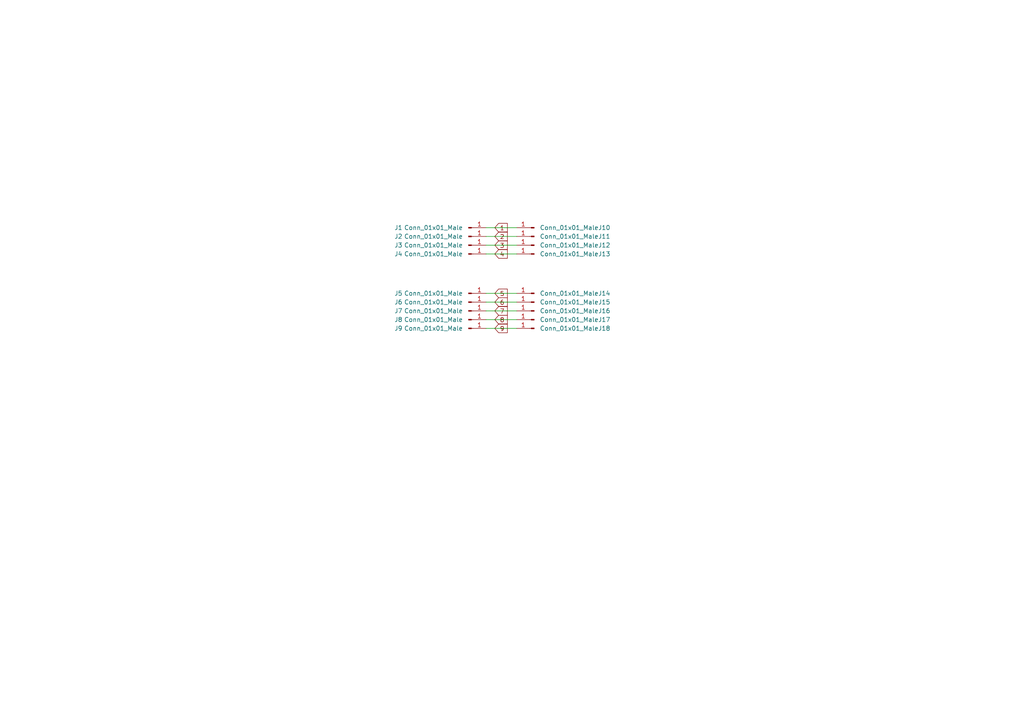
<source format=kicad_sch>
(kicad_sch (version 20211123) (generator eeschema)
  (paper "A4")
  (lib_symbols
    (symbol "Connector:Conn_01x01_Male" (pin_names (offset 1.016) hide)
      (property "Reference" "J" (at 0 2.54 0))
      (property "Value" "Conn_01x01_Male" (at 0 -2.54 0))
      (symbol "Conn_01x01_Male_1_1"
        (polyline (pts (xy 1.27 0) (xy 0.8636 0)) (stroke (width 0.1524)))
        (rectangle (start 0.8636 0.127) (end 0 -0.127) (stroke (width 0.1524)) (fill (type outline)))
        (pin passive line (at 5.08 0 180) (length 3.81) (name "Pin_1") (number "1"))
      )
    )
  )
  (wire (pts (xy 140.97 71.12) (xy 149.86 71.12)))
  (wire (pts (xy 140.97 85.09) (xy 149.86 85.09)))
  (wire (pts (xy 140.97 87.63) (xy 149.86 87.63)))
  (wire (pts (xy 140.97 90.17) (xy 149.86 90.17)))
  (wire (pts (xy 140.97 92.71) (xy 149.86 92.71)))
  (wire (pts (xy 140.97 68.58) (xy 149.86 68.58)))
  (wire (pts (xy 140.97 66.04) (xy 149.86 66.04)))
  (wire (pts (xy 140.97 73.66) (xy 149.86 73.66)))
  (wire (pts (xy 140.97 95.25) (xy 149.86 95.25)))
  (global_label "8" (shape input) (at 143.51 92.71 0) (property "Intersheet References" "${INTERSHEET_REFS}" (effects hide)))
  (global_label "9" (shape input) (at 143.51 95.25 0) (property "Intersheet References" "${INTERSHEET_REFS}" (effects hide)))
  (global_label "5" (shape input) (at 143.51 85.09 0) (property "Intersheet References" "${INTERSHEET_REFS}" (effects hide)))
  (global_label "3" (shape input) (at 143.51 71.12 0) (property "Intersheet References" "${INTERSHEET_REFS}" (effects hide)))
  (global_label "1" (shape input) (at 143.51 66.04 0) (property "Intersheet References" "${INTERSHEET_REFS}" (effects hide)))
  (global_label "4" (shape input) (at 143.51 73.66 0) (property "Intersheet References" "${INTERSHEET_REFS}" (effects hide)))
  (global_label "7" (shape input) (at 143.51 90.17 0) (property "Intersheet References" "${INTERSHEET_REFS}" (effects hide)))
  (global_label "2" (shape input) (at 143.51 68.58 0) (property "Intersheet References" "${INTERSHEET_REFS}" (effects hide)))
  (global_label "6" (shape input) (at 143.51 87.63 0) (property "Intersheet References" "${INTERSHEET_REFS}" (effects hide)))
  (symbol (lib_id "Connector:Conn_01x01_Male") (at 154.94 66.04 180) (unit 1)
    (property "Reference" "J10" (at 175.26 66.04 0))
    (property "Value" "Conn_01x01_Male" (at 165.1 66.04 0))
    (property "Footprint" "TestPoint:TestPoint_Pad_2.0x2.0mm" (effects hide))
  )
  (symbol (lib_id "Connector:Conn_01x01_Male") (at 154.94 90.17 180) (unit 1)
    (property "Reference" "J16" (at 175.26 90.17 0))
    (property "Value" "Conn_01x01_Male" (at 165.1 90.17 0))
    (property "Footprint" "TestPoint:TestPoint_Pad_2.0x2.0mm" (effects hide))
  )
  (symbol (lib_id "Connector:Conn_01x01_Male") (at 154.94 71.12 180) (unit 1)
    (property "Reference" "J12" (at 175.26 71.12 0))
    (property "Value" "Conn_01x01_Male" (at 165.1 71.12 0))
    (property "Footprint" "TestPoint:TestPoint_Pad_2.0x2.0mm" (effects hide))
  )
  (symbol (lib_id "Connector:Conn_01x01_Male") (at 154.94 73.66 180) (unit 1)
    (property "Reference" "J13" (at 175.26 73.66 0))
    (property "Value" "Conn_01x01_Male" (at 165.1 73.66 0))
    (property "Footprint" "TestPoint:TestPoint_Pad_2.0x2.0mm" (effects hide))
  )
  (symbol (lib_id "Connector:Conn_01x01_Male") (at 135.89 66.04 0) (unit 1)
    (property "Reference" "J1" (at 115.57 66.04 0))
    (property "Value" "Conn_01x01_Male" (at 125.73 66.04 0))
    (property "Footprint" "TestPoint:TestPoint_Pad_2.0x2.0mm" (effects hide))
  )
  (symbol (lib_id "Connector:Conn_01x01_Male") (at 154.94 87.63 180) (unit 1)
    (property "Reference" "J15" (at 175.26 87.63 0))
    (property "Value" "Conn_01x01_Male" (at 165.1 87.63 0))
    (property "Footprint" "TestPoint:TestPoint_Pad_2.0x2.0mm" (effects hide))
  )
  (symbol (lib_id "Connector:Conn_01x01_Male") (at 135.89 95.25 0) (unit 1)
    (property "Reference" "J9" (at 115.57 95.25 0))
    (property "Value" "Conn_01x01_Male" (at 125.73 95.25 0))
    (property "Footprint" "TestPoint:TestPoint_Pad_2.0x2.0mm" (effects hide))
  )
  (symbol (lib_id "Connector:Conn_01x01_Male") (at 154.94 85.09 180) (unit 1)
    (property "Reference" "J14" (at 175.26 85.09 0))
    (property "Value" "Conn_01x01_Male" (at 165.1 85.09 0))
    (property "Footprint" "TestPoint:TestPoint_Pad_2.0x2.0mm" (effects hide))
  )
  (symbol (lib_id "Connector:Conn_01x01_Male") (at 135.89 73.66 0) (unit 1)
    (property "Reference" "J4" (at 115.57 73.66 0))
    (property "Value" "Conn_01x01_Male" (at 125.73 73.66 0))
    (property "Footprint" "TestPoint:TestPoint_Pad_2.0x2.0mm" (effects hide))
  )
  (symbol (lib_id "Connector:Conn_01x01_Male") (at 154.94 92.71 180) (unit 1)
    (property "Reference" "J17" (at 175.26 92.71 0))
    (property "Value" "Conn_01x01_Male" (at 165.1 92.71 0))
    (property "Footprint" "TestPoint:TestPoint_Pad_2.0x2.0mm" (effects hide))
  )
  (symbol (lib_id "Connector:Conn_01x01_Male") (at 135.89 90.17 0) (unit 1)
    (property "Reference" "J7" (at 115.57 90.17 0))
    (property "Value" "Conn_01x01_Male" (at 125.73 90.17 0))
    (property "Footprint" "TestPoint:TestPoint_Pad_2.0x2.0mm" (effects hide))
  )
  (symbol (lib_id "Connector:Conn_01x01_Male") (at 135.89 68.58 0) (unit 1)
    (property "Reference" "J2" (at 115.57 68.58 0))
    (property "Value" "Conn_01x01_Male" (at 125.73 68.58 0))
    (property "Footprint" "TestPoint:TestPoint_Pad_2.0x2.0mm" (effects hide))
  )
  (symbol (lib_id "Connector:Conn_01x01_Male") (at 135.89 92.71 0) (unit 1)
    (property "Reference" "J8" (at 115.57 92.71 0))
    (property "Value" "Conn_01x01_Male" (at 125.73 92.71 0))
    (property "Footprint" "TestPoint:TestPoint_Pad_2.0x2.0mm" (effects hide))
  )
  (symbol (lib_id "Connector:Conn_01x01_Male") (at 135.89 85.09 0) (unit 1)
    (property "Reference" "J5" (at 115.57 85.09 0))
    (property "Value" "Conn_01x01_Male" (at 125.73 85.09 0))
    (property "Footprint" "TestPoint:TestPoint_Pad_2.0x2.0mm" (effects hide))
  )
  (symbol (lib_id "Connector:Conn_01x01_Male") (at 154.94 95.25 180) (unit 1)
    (property "Reference" "J18" (at 175.26 95.25 0))
    (property "Value" "Conn_01x01_Male" (at 165.1 95.25 0))
    (property "Footprint" "TestPoint:TestPoint_Pad_2.0x2.0mm" (effects hide))
  )
  (symbol (lib_id "Connector:Conn_01x01_Male") (at 135.89 71.12 0) (unit 1)
    (property "Reference" "J3" (at 115.57 71.12 0))
    (property "Value" "Conn_01x01_Male" (at 125.73 71.12 0))
    (property "Footprint" "TestPoint:TestPoint_Pad_2.0x2.0mm" (effects hide))
  )
  (symbol (lib_id "Connector:Conn_01x01_Male") (at 154.94 68.58 180) (unit 1)
    (property "Reference" "J11" (at 175.26 68.58 0))
    (property "Value" "Conn_01x01_Male" (at 165.1 68.58 0))
    (property "Footprint" "TestPoint:TestPoint_Pad_2.0x2.0mm" (effects hide))
  )
  (symbol (lib_id "Connector:Conn_01x01_Male") (at 135.89 87.63 0) (unit 1)
    (property "Reference" "J6" (at 115.57 87.63 0))
    (property "Value" "Conn_01x01_Male" (at 125.73 87.63 0))
    (property "Footprint" "TestPoint:TestPoint_Pad_2.0x2.0mm" (effects hide))
  )
)
</source>
